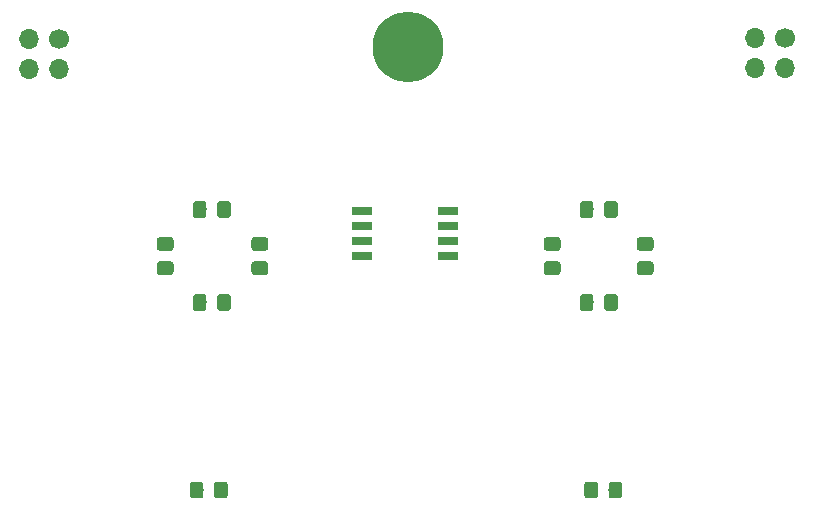
<source format=gbr>
G04 #@! TF.GenerationSoftware,KiCad,Pcbnew,(5.0.0)*
G04 #@! TF.CreationDate,2018-11-20T12:56:54-05:00*
G04 #@! TF.ProjectId,BsidesRock2019,427369646573526F636B323031392E6B,rev?*
G04 #@! TF.SameCoordinates,Original*
G04 #@! TF.FileFunction,Soldermask,Top*
G04 #@! TF.FilePolarity,Negative*
%FSLAX46Y46*%
G04 Gerber Fmt 4.6, Leading zero omitted, Abs format (unit mm)*
G04 Created by KiCad (PCBNEW (5.0.0)) date 11/20/18 12:56:54*
%MOMM*%
%LPD*%
G01*
G04 APERTURE LIST*
%ADD10R,1.700000X0.650000*%
%ADD11C,0.100000*%
%ADD12C,1.150000*%
%ADD13O,1.700000X1.700000*%
%ADD14C,1.700000*%
%ADD15C,6.000000*%
G04 APERTURE END LIST*
D10*
G04 #@! TO.C,U1*
X142400000Y-55753000D03*
X142400000Y-57023000D03*
X142400000Y-58293000D03*
X142400000Y-59563000D03*
X149700000Y-59563000D03*
X149700000Y-58293000D03*
X149700000Y-57023000D03*
X149700000Y-55753000D03*
G04 #@! TD*
D11*
G04 #@! TO.C,D8*
G36*
X163807505Y-62801204D02*
X163831773Y-62804804D01*
X163855572Y-62810765D01*
X163878671Y-62819030D01*
X163900850Y-62829520D01*
X163921893Y-62842132D01*
X163941599Y-62856747D01*
X163959777Y-62873223D01*
X163976253Y-62891401D01*
X163990868Y-62911107D01*
X164003480Y-62932150D01*
X164013970Y-62954329D01*
X164022235Y-62977428D01*
X164028196Y-63001227D01*
X164031796Y-63025495D01*
X164033000Y-63049999D01*
X164033000Y-63950001D01*
X164031796Y-63974505D01*
X164028196Y-63998773D01*
X164022235Y-64022572D01*
X164013970Y-64045671D01*
X164003480Y-64067850D01*
X163990868Y-64088893D01*
X163976253Y-64108599D01*
X163959777Y-64126777D01*
X163941599Y-64143253D01*
X163921893Y-64157868D01*
X163900850Y-64170480D01*
X163878671Y-64180970D01*
X163855572Y-64189235D01*
X163831773Y-64195196D01*
X163807505Y-64198796D01*
X163783001Y-64200000D01*
X163132999Y-64200000D01*
X163108495Y-64198796D01*
X163084227Y-64195196D01*
X163060428Y-64189235D01*
X163037329Y-64180970D01*
X163015150Y-64170480D01*
X162994107Y-64157868D01*
X162974401Y-64143253D01*
X162956223Y-64126777D01*
X162939747Y-64108599D01*
X162925132Y-64088893D01*
X162912520Y-64067850D01*
X162902030Y-64045671D01*
X162893765Y-64022572D01*
X162887804Y-63998773D01*
X162884204Y-63974505D01*
X162883000Y-63950001D01*
X162883000Y-63049999D01*
X162884204Y-63025495D01*
X162887804Y-63001227D01*
X162893765Y-62977428D01*
X162902030Y-62954329D01*
X162912520Y-62932150D01*
X162925132Y-62911107D01*
X162939747Y-62891401D01*
X162956223Y-62873223D01*
X162974401Y-62856747D01*
X162994107Y-62842132D01*
X163015150Y-62829520D01*
X163037329Y-62819030D01*
X163060428Y-62810765D01*
X163084227Y-62804804D01*
X163108495Y-62801204D01*
X163132999Y-62800000D01*
X163783001Y-62800000D01*
X163807505Y-62801204D01*
X163807505Y-62801204D01*
G37*
D12*
X163458000Y-63500000D03*
D11*
G36*
X161757505Y-62801204D02*
X161781773Y-62804804D01*
X161805572Y-62810765D01*
X161828671Y-62819030D01*
X161850850Y-62829520D01*
X161871893Y-62842132D01*
X161891599Y-62856747D01*
X161909777Y-62873223D01*
X161926253Y-62891401D01*
X161940868Y-62911107D01*
X161953480Y-62932150D01*
X161963970Y-62954329D01*
X161972235Y-62977428D01*
X161978196Y-63001227D01*
X161981796Y-63025495D01*
X161983000Y-63049999D01*
X161983000Y-63950001D01*
X161981796Y-63974505D01*
X161978196Y-63998773D01*
X161972235Y-64022572D01*
X161963970Y-64045671D01*
X161953480Y-64067850D01*
X161940868Y-64088893D01*
X161926253Y-64108599D01*
X161909777Y-64126777D01*
X161891599Y-64143253D01*
X161871893Y-64157868D01*
X161850850Y-64170480D01*
X161828671Y-64180970D01*
X161805572Y-64189235D01*
X161781773Y-64195196D01*
X161757505Y-64198796D01*
X161733001Y-64200000D01*
X161082999Y-64200000D01*
X161058495Y-64198796D01*
X161034227Y-64195196D01*
X161010428Y-64189235D01*
X160987329Y-64180970D01*
X160965150Y-64170480D01*
X160944107Y-64157868D01*
X160924401Y-64143253D01*
X160906223Y-64126777D01*
X160889747Y-64108599D01*
X160875132Y-64088893D01*
X160862520Y-64067850D01*
X160852030Y-64045671D01*
X160843765Y-64022572D01*
X160837804Y-63998773D01*
X160834204Y-63974505D01*
X160833000Y-63950001D01*
X160833000Y-63049999D01*
X160834204Y-63025495D01*
X160837804Y-63001227D01*
X160843765Y-62977428D01*
X160852030Y-62954329D01*
X160862520Y-62932150D01*
X160875132Y-62911107D01*
X160889747Y-62891401D01*
X160906223Y-62873223D01*
X160924401Y-62856747D01*
X160944107Y-62842132D01*
X160965150Y-62829520D01*
X160987329Y-62819030D01*
X161010428Y-62810765D01*
X161034227Y-62804804D01*
X161058495Y-62801204D01*
X161082999Y-62800000D01*
X161733001Y-62800000D01*
X161757505Y-62801204D01*
X161757505Y-62801204D01*
G37*
D12*
X161408000Y-63500000D03*
G04 #@! TD*
D11*
G04 #@! TO.C,D1*
G36*
X126204505Y-60014204D02*
X126228773Y-60017804D01*
X126252572Y-60023765D01*
X126275671Y-60032030D01*
X126297850Y-60042520D01*
X126318893Y-60055132D01*
X126338599Y-60069747D01*
X126356777Y-60086223D01*
X126373253Y-60104401D01*
X126387868Y-60124107D01*
X126400480Y-60145150D01*
X126410970Y-60167329D01*
X126419235Y-60190428D01*
X126425196Y-60214227D01*
X126428796Y-60238495D01*
X126430000Y-60262999D01*
X126430000Y-60913001D01*
X126428796Y-60937505D01*
X126425196Y-60961773D01*
X126419235Y-60985572D01*
X126410970Y-61008671D01*
X126400480Y-61030850D01*
X126387868Y-61051893D01*
X126373253Y-61071599D01*
X126356777Y-61089777D01*
X126338599Y-61106253D01*
X126318893Y-61120868D01*
X126297850Y-61133480D01*
X126275671Y-61143970D01*
X126252572Y-61152235D01*
X126228773Y-61158196D01*
X126204505Y-61161796D01*
X126180001Y-61163000D01*
X125279999Y-61163000D01*
X125255495Y-61161796D01*
X125231227Y-61158196D01*
X125207428Y-61152235D01*
X125184329Y-61143970D01*
X125162150Y-61133480D01*
X125141107Y-61120868D01*
X125121401Y-61106253D01*
X125103223Y-61089777D01*
X125086747Y-61071599D01*
X125072132Y-61051893D01*
X125059520Y-61030850D01*
X125049030Y-61008671D01*
X125040765Y-60985572D01*
X125034804Y-60961773D01*
X125031204Y-60937505D01*
X125030000Y-60913001D01*
X125030000Y-60262999D01*
X125031204Y-60238495D01*
X125034804Y-60214227D01*
X125040765Y-60190428D01*
X125049030Y-60167329D01*
X125059520Y-60145150D01*
X125072132Y-60124107D01*
X125086747Y-60104401D01*
X125103223Y-60086223D01*
X125121401Y-60069747D01*
X125141107Y-60055132D01*
X125162150Y-60042520D01*
X125184329Y-60032030D01*
X125207428Y-60023765D01*
X125231227Y-60017804D01*
X125255495Y-60014204D01*
X125279999Y-60013000D01*
X126180001Y-60013000D01*
X126204505Y-60014204D01*
X126204505Y-60014204D01*
G37*
D12*
X125730000Y-60588000D03*
D11*
G36*
X126204505Y-57964204D02*
X126228773Y-57967804D01*
X126252572Y-57973765D01*
X126275671Y-57982030D01*
X126297850Y-57992520D01*
X126318893Y-58005132D01*
X126338599Y-58019747D01*
X126356777Y-58036223D01*
X126373253Y-58054401D01*
X126387868Y-58074107D01*
X126400480Y-58095150D01*
X126410970Y-58117329D01*
X126419235Y-58140428D01*
X126425196Y-58164227D01*
X126428796Y-58188495D01*
X126430000Y-58212999D01*
X126430000Y-58863001D01*
X126428796Y-58887505D01*
X126425196Y-58911773D01*
X126419235Y-58935572D01*
X126410970Y-58958671D01*
X126400480Y-58980850D01*
X126387868Y-59001893D01*
X126373253Y-59021599D01*
X126356777Y-59039777D01*
X126338599Y-59056253D01*
X126318893Y-59070868D01*
X126297850Y-59083480D01*
X126275671Y-59093970D01*
X126252572Y-59102235D01*
X126228773Y-59108196D01*
X126204505Y-59111796D01*
X126180001Y-59113000D01*
X125279999Y-59113000D01*
X125255495Y-59111796D01*
X125231227Y-59108196D01*
X125207428Y-59102235D01*
X125184329Y-59093970D01*
X125162150Y-59083480D01*
X125141107Y-59070868D01*
X125121401Y-59056253D01*
X125103223Y-59039777D01*
X125086747Y-59021599D01*
X125072132Y-59001893D01*
X125059520Y-58980850D01*
X125049030Y-58958671D01*
X125040765Y-58935572D01*
X125034804Y-58911773D01*
X125031204Y-58887505D01*
X125030000Y-58863001D01*
X125030000Y-58212999D01*
X125031204Y-58188495D01*
X125034804Y-58164227D01*
X125040765Y-58140428D01*
X125049030Y-58117329D01*
X125059520Y-58095150D01*
X125072132Y-58074107D01*
X125086747Y-58054401D01*
X125103223Y-58036223D01*
X125121401Y-58019747D01*
X125141107Y-58005132D01*
X125162150Y-57992520D01*
X125184329Y-57982030D01*
X125207428Y-57973765D01*
X125231227Y-57967804D01*
X125255495Y-57964204D01*
X125279999Y-57963000D01*
X126180001Y-57963000D01*
X126204505Y-57964204D01*
X126204505Y-57964204D01*
G37*
D12*
X125730000Y-58538000D03*
G04 #@! TD*
D11*
G04 #@! TO.C,D3*
G36*
X131041505Y-54927204D02*
X131065773Y-54930804D01*
X131089572Y-54936765D01*
X131112671Y-54945030D01*
X131134850Y-54955520D01*
X131155893Y-54968132D01*
X131175599Y-54982747D01*
X131193777Y-54999223D01*
X131210253Y-55017401D01*
X131224868Y-55037107D01*
X131237480Y-55058150D01*
X131247970Y-55080329D01*
X131256235Y-55103428D01*
X131262196Y-55127227D01*
X131265796Y-55151495D01*
X131267000Y-55175999D01*
X131267000Y-56076001D01*
X131265796Y-56100505D01*
X131262196Y-56124773D01*
X131256235Y-56148572D01*
X131247970Y-56171671D01*
X131237480Y-56193850D01*
X131224868Y-56214893D01*
X131210253Y-56234599D01*
X131193777Y-56252777D01*
X131175599Y-56269253D01*
X131155893Y-56283868D01*
X131134850Y-56296480D01*
X131112671Y-56306970D01*
X131089572Y-56315235D01*
X131065773Y-56321196D01*
X131041505Y-56324796D01*
X131017001Y-56326000D01*
X130366999Y-56326000D01*
X130342495Y-56324796D01*
X130318227Y-56321196D01*
X130294428Y-56315235D01*
X130271329Y-56306970D01*
X130249150Y-56296480D01*
X130228107Y-56283868D01*
X130208401Y-56269253D01*
X130190223Y-56252777D01*
X130173747Y-56234599D01*
X130159132Y-56214893D01*
X130146520Y-56193850D01*
X130136030Y-56171671D01*
X130127765Y-56148572D01*
X130121804Y-56124773D01*
X130118204Y-56100505D01*
X130117000Y-56076001D01*
X130117000Y-55175999D01*
X130118204Y-55151495D01*
X130121804Y-55127227D01*
X130127765Y-55103428D01*
X130136030Y-55080329D01*
X130146520Y-55058150D01*
X130159132Y-55037107D01*
X130173747Y-55017401D01*
X130190223Y-54999223D01*
X130208401Y-54982747D01*
X130228107Y-54968132D01*
X130249150Y-54955520D01*
X130271329Y-54945030D01*
X130294428Y-54936765D01*
X130318227Y-54930804D01*
X130342495Y-54927204D01*
X130366999Y-54926000D01*
X131017001Y-54926000D01*
X131041505Y-54927204D01*
X131041505Y-54927204D01*
G37*
D12*
X130692000Y-55626000D03*
D11*
G36*
X128991505Y-54927204D02*
X129015773Y-54930804D01*
X129039572Y-54936765D01*
X129062671Y-54945030D01*
X129084850Y-54955520D01*
X129105893Y-54968132D01*
X129125599Y-54982747D01*
X129143777Y-54999223D01*
X129160253Y-55017401D01*
X129174868Y-55037107D01*
X129187480Y-55058150D01*
X129197970Y-55080329D01*
X129206235Y-55103428D01*
X129212196Y-55127227D01*
X129215796Y-55151495D01*
X129217000Y-55175999D01*
X129217000Y-56076001D01*
X129215796Y-56100505D01*
X129212196Y-56124773D01*
X129206235Y-56148572D01*
X129197970Y-56171671D01*
X129187480Y-56193850D01*
X129174868Y-56214893D01*
X129160253Y-56234599D01*
X129143777Y-56252777D01*
X129125599Y-56269253D01*
X129105893Y-56283868D01*
X129084850Y-56296480D01*
X129062671Y-56306970D01*
X129039572Y-56315235D01*
X129015773Y-56321196D01*
X128991505Y-56324796D01*
X128967001Y-56326000D01*
X128316999Y-56326000D01*
X128292495Y-56324796D01*
X128268227Y-56321196D01*
X128244428Y-56315235D01*
X128221329Y-56306970D01*
X128199150Y-56296480D01*
X128178107Y-56283868D01*
X128158401Y-56269253D01*
X128140223Y-56252777D01*
X128123747Y-56234599D01*
X128109132Y-56214893D01*
X128096520Y-56193850D01*
X128086030Y-56171671D01*
X128077765Y-56148572D01*
X128071804Y-56124773D01*
X128068204Y-56100505D01*
X128067000Y-56076001D01*
X128067000Y-55175999D01*
X128068204Y-55151495D01*
X128071804Y-55127227D01*
X128077765Y-55103428D01*
X128086030Y-55080329D01*
X128096520Y-55058150D01*
X128109132Y-55037107D01*
X128123747Y-55017401D01*
X128140223Y-54999223D01*
X128158401Y-54982747D01*
X128178107Y-54968132D01*
X128199150Y-54955520D01*
X128221329Y-54945030D01*
X128244428Y-54936765D01*
X128268227Y-54930804D01*
X128292495Y-54927204D01*
X128316999Y-54926000D01*
X128967001Y-54926000D01*
X128991505Y-54927204D01*
X128991505Y-54927204D01*
G37*
D12*
X128642000Y-55626000D03*
G04 #@! TD*
D11*
G04 #@! TO.C,D4*
G36*
X128991505Y-62801204D02*
X129015773Y-62804804D01*
X129039572Y-62810765D01*
X129062671Y-62819030D01*
X129084850Y-62829520D01*
X129105893Y-62842132D01*
X129125599Y-62856747D01*
X129143777Y-62873223D01*
X129160253Y-62891401D01*
X129174868Y-62911107D01*
X129187480Y-62932150D01*
X129197970Y-62954329D01*
X129206235Y-62977428D01*
X129212196Y-63001227D01*
X129215796Y-63025495D01*
X129217000Y-63049999D01*
X129217000Y-63950001D01*
X129215796Y-63974505D01*
X129212196Y-63998773D01*
X129206235Y-64022572D01*
X129197970Y-64045671D01*
X129187480Y-64067850D01*
X129174868Y-64088893D01*
X129160253Y-64108599D01*
X129143777Y-64126777D01*
X129125599Y-64143253D01*
X129105893Y-64157868D01*
X129084850Y-64170480D01*
X129062671Y-64180970D01*
X129039572Y-64189235D01*
X129015773Y-64195196D01*
X128991505Y-64198796D01*
X128967001Y-64200000D01*
X128316999Y-64200000D01*
X128292495Y-64198796D01*
X128268227Y-64195196D01*
X128244428Y-64189235D01*
X128221329Y-64180970D01*
X128199150Y-64170480D01*
X128178107Y-64157868D01*
X128158401Y-64143253D01*
X128140223Y-64126777D01*
X128123747Y-64108599D01*
X128109132Y-64088893D01*
X128096520Y-64067850D01*
X128086030Y-64045671D01*
X128077765Y-64022572D01*
X128071804Y-63998773D01*
X128068204Y-63974505D01*
X128067000Y-63950001D01*
X128067000Y-63049999D01*
X128068204Y-63025495D01*
X128071804Y-63001227D01*
X128077765Y-62977428D01*
X128086030Y-62954329D01*
X128096520Y-62932150D01*
X128109132Y-62911107D01*
X128123747Y-62891401D01*
X128140223Y-62873223D01*
X128158401Y-62856747D01*
X128178107Y-62842132D01*
X128199150Y-62829520D01*
X128221329Y-62819030D01*
X128244428Y-62810765D01*
X128268227Y-62804804D01*
X128292495Y-62801204D01*
X128316999Y-62800000D01*
X128967001Y-62800000D01*
X128991505Y-62801204D01*
X128991505Y-62801204D01*
G37*
D12*
X128642000Y-63500000D03*
D11*
G36*
X131041505Y-62801204D02*
X131065773Y-62804804D01*
X131089572Y-62810765D01*
X131112671Y-62819030D01*
X131134850Y-62829520D01*
X131155893Y-62842132D01*
X131175599Y-62856747D01*
X131193777Y-62873223D01*
X131210253Y-62891401D01*
X131224868Y-62911107D01*
X131237480Y-62932150D01*
X131247970Y-62954329D01*
X131256235Y-62977428D01*
X131262196Y-63001227D01*
X131265796Y-63025495D01*
X131267000Y-63049999D01*
X131267000Y-63950001D01*
X131265796Y-63974505D01*
X131262196Y-63998773D01*
X131256235Y-64022572D01*
X131247970Y-64045671D01*
X131237480Y-64067850D01*
X131224868Y-64088893D01*
X131210253Y-64108599D01*
X131193777Y-64126777D01*
X131175599Y-64143253D01*
X131155893Y-64157868D01*
X131134850Y-64170480D01*
X131112671Y-64180970D01*
X131089572Y-64189235D01*
X131065773Y-64195196D01*
X131041505Y-64198796D01*
X131017001Y-64200000D01*
X130366999Y-64200000D01*
X130342495Y-64198796D01*
X130318227Y-64195196D01*
X130294428Y-64189235D01*
X130271329Y-64180970D01*
X130249150Y-64170480D01*
X130228107Y-64157868D01*
X130208401Y-64143253D01*
X130190223Y-64126777D01*
X130173747Y-64108599D01*
X130159132Y-64088893D01*
X130146520Y-64067850D01*
X130136030Y-64045671D01*
X130127765Y-64022572D01*
X130121804Y-63998773D01*
X130118204Y-63974505D01*
X130117000Y-63950001D01*
X130117000Y-63049999D01*
X130118204Y-63025495D01*
X130121804Y-63001227D01*
X130127765Y-62977428D01*
X130136030Y-62954329D01*
X130146520Y-62932150D01*
X130159132Y-62911107D01*
X130173747Y-62891401D01*
X130190223Y-62873223D01*
X130208401Y-62856747D01*
X130228107Y-62842132D01*
X130249150Y-62829520D01*
X130271329Y-62819030D01*
X130294428Y-62810765D01*
X130318227Y-62804804D01*
X130342495Y-62801204D01*
X130366999Y-62800000D01*
X131017001Y-62800000D01*
X131041505Y-62801204D01*
X131041505Y-62801204D01*
G37*
D12*
X130692000Y-63500000D03*
G04 #@! TD*
D11*
G04 #@! TO.C,D5*
G36*
X134205505Y-57973204D02*
X134229773Y-57976804D01*
X134253572Y-57982765D01*
X134276671Y-57991030D01*
X134298850Y-58001520D01*
X134319893Y-58014132D01*
X134339599Y-58028747D01*
X134357777Y-58045223D01*
X134374253Y-58063401D01*
X134388868Y-58083107D01*
X134401480Y-58104150D01*
X134411970Y-58126329D01*
X134420235Y-58149428D01*
X134426196Y-58173227D01*
X134429796Y-58197495D01*
X134431000Y-58221999D01*
X134431000Y-58872001D01*
X134429796Y-58896505D01*
X134426196Y-58920773D01*
X134420235Y-58944572D01*
X134411970Y-58967671D01*
X134401480Y-58989850D01*
X134388868Y-59010893D01*
X134374253Y-59030599D01*
X134357777Y-59048777D01*
X134339599Y-59065253D01*
X134319893Y-59079868D01*
X134298850Y-59092480D01*
X134276671Y-59102970D01*
X134253572Y-59111235D01*
X134229773Y-59117196D01*
X134205505Y-59120796D01*
X134181001Y-59122000D01*
X133280999Y-59122000D01*
X133256495Y-59120796D01*
X133232227Y-59117196D01*
X133208428Y-59111235D01*
X133185329Y-59102970D01*
X133163150Y-59092480D01*
X133142107Y-59079868D01*
X133122401Y-59065253D01*
X133104223Y-59048777D01*
X133087747Y-59030599D01*
X133073132Y-59010893D01*
X133060520Y-58989850D01*
X133050030Y-58967671D01*
X133041765Y-58944572D01*
X133035804Y-58920773D01*
X133032204Y-58896505D01*
X133031000Y-58872001D01*
X133031000Y-58221999D01*
X133032204Y-58197495D01*
X133035804Y-58173227D01*
X133041765Y-58149428D01*
X133050030Y-58126329D01*
X133060520Y-58104150D01*
X133073132Y-58083107D01*
X133087747Y-58063401D01*
X133104223Y-58045223D01*
X133122401Y-58028747D01*
X133142107Y-58014132D01*
X133163150Y-58001520D01*
X133185329Y-57991030D01*
X133208428Y-57982765D01*
X133232227Y-57976804D01*
X133256495Y-57973204D01*
X133280999Y-57972000D01*
X134181001Y-57972000D01*
X134205505Y-57973204D01*
X134205505Y-57973204D01*
G37*
D12*
X133731000Y-58547000D03*
D11*
G36*
X134205505Y-60023204D02*
X134229773Y-60026804D01*
X134253572Y-60032765D01*
X134276671Y-60041030D01*
X134298850Y-60051520D01*
X134319893Y-60064132D01*
X134339599Y-60078747D01*
X134357777Y-60095223D01*
X134374253Y-60113401D01*
X134388868Y-60133107D01*
X134401480Y-60154150D01*
X134411970Y-60176329D01*
X134420235Y-60199428D01*
X134426196Y-60223227D01*
X134429796Y-60247495D01*
X134431000Y-60271999D01*
X134431000Y-60922001D01*
X134429796Y-60946505D01*
X134426196Y-60970773D01*
X134420235Y-60994572D01*
X134411970Y-61017671D01*
X134401480Y-61039850D01*
X134388868Y-61060893D01*
X134374253Y-61080599D01*
X134357777Y-61098777D01*
X134339599Y-61115253D01*
X134319893Y-61129868D01*
X134298850Y-61142480D01*
X134276671Y-61152970D01*
X134253572Y-61161235D01*
X134229773Y-61167196D01*
X134205505Y-61170796D01*
X134181001Y-61172000D01*
X133280999Y-61172000D01*
X133256495Y-61170796D01*
X133232227Y-61167196D01*
X133208428Y-61161235D01*
X133185329Y-61152970D01*
X133163150Y-61142480D01*
X133142107Y-61129868D01*
X133122401Y-61115253D01*
X133104223Y-61098777D01*
X133087747Y-61080599D01*
X133073132Y-61060893D01*
X133060520Y-61039850D01*
X133050030Y-61017671D01*
X133041765Y-60994572D01*
X133035804Y-60970773D01*
X133032204Y-60946505D01*
X133031000Y-60922001D01*
X133031000Y-60271999D01*
X133032204Y-60247495D01*
X133035804Y-60223227D01*
X133041765Y-60199428D01*
X133050030Y-60176329D01*
X133060520Y-60154150D01*
X133073132Y-60133107D01*
X133087747Y-60113401D01*
X133104223Y-60095223D01*
X133122401Y-60078747D01*
X133142107Y-60064132D01*
X133163150Y-60051520D01*
X133185329Y-60041030D01*
X133208428Y-60032765D01*
X133232227Y-60026804D01*
X133256495Y-60023204D01*
X133280999Y-60022000D01*
X134181001Y-60022000D01*
X134205505Y-60023204D01*
X134205505Y-60023204D01*
G37*
D12*
X133731000Y-60597000D03*
G04 #@! TD*
D11*
G04 #@! TO.C,D6*
G36*
X158970505Y-60014204D02*
X158994773Y-60017804D01*
X159018572Y-60023765D01*
X159041671Y-60032030D01*
X159063850Y-60042520D01*
X159084893Y-60055132D01*
X159104599Y-60069747D01*
X159122777Y-60086223D01*
X159139253Y-60104401D01*
X159153868Y-60124107D01*
X159166480Y-60145150D01*
X159176970Y-60167329D01*
X159185235Y-60190428D01*
X159191196Y-60214227D01*
X159194796Y-60238495D01*
X159196000Y-60262999D01*
X159196000Y-60913001D01*
X159194796Y-60937505D01*
X159191196Y-60961773D01*
X159185235Y-60985572D01*
X159176970Y-61008671D01*
X159166480Y-61030850D01*
X159153868Y-61051893D01*
X159139253Y-61071599D01*
X159122777Y-61089777D01*
X159104599Y-61106253D01*
X159084893Y-61120868D01*
X159063850Y-61133480D01*
X159041671Y-61143970D01*
X159018572Y-61152235D01*
X158994773Y-61158196D01*
X158970505Y-61161796D01*
X158946001Y-61163000D01*
X158045999Y-61163000D01*
X158021495Y-61161796D01*
X157997227Y-61158196D01*
X157973428Y-61152235D01*
X157950329Y-61143970D01*
X157928150Y-61133480D01*
X157907107Y-61120868D01*
X157887401Y-61106253D01*
X157869223Y-61089777D01*
X157852747Y-61071599D01*
X157838132Y-61051893D01*
X157825520Y-61030850D01*
X157815030Y-61008671D01*
X157806765Y-60985572D01*
X157800804Y-60961773D01*
X157797204Y-60937505D01*
X157796000Y-60913001D01*
X157796000Y-60262999D01*
X157797204Y-60238495D01*
X157800804Y-60214227D01*
X157806765Y-60190428D01*
X157815030Y-60167329D01*
X157825520Y-60145150D01*
X157838132Y-60124107D01*
X157852747Y-60104401D01*
X157869223Y-60086223D01*
X157887401Y-60069747D01*
X157907107Y-60055132D01*
X157928150Y-60042520D01*
X157950329Y-60032030D01*
X157973428Y-60023765D01*
X157997227Y-60017804D01*
X158021495Y-60014204D01*
X158045999Y-60013000D01*
X158946001Y-60013000D01*
X158970505Y-60014204D01*
X158970505Y-60014204D01*
G37*
D12*
X158496000Y-60588000D03*
D11*
G36*
X158970505Y-57964204D02*
X158994773Y-57967804D01*
X159018572Y-57973765D01*
X159041671Y-57982030D01*
X159063850Y-57992520D01*
X159084893Y-58005132D01*
X159104599Y-58019747D01*
X159122777Y-58036223D01*
X159139253Y-58054401D01*
X159153868Y-58074107D01*
X159166480Y-58095150D01*
X159176970Y-58117329D01*
X159185235Y-58140428D01*
X159191196Y-58164227D01*
X159194796Y-58188495D01*
X159196000Y-58212999D01*
X159196000Y-58863001D01*
X159194796Y-58887505D01*
X159191196Y-58911773D01*
X159185235Y-58935572D01*
X159176970Y-58958671D01*
X159166480Y-58980850D01*
X159153868Y-59001893D01*
X159139253Y-59021599D01*
X159122777Y-59039777D01*
X159104599Y-59056253D01*
X159084893Y-59070868D01*
X159063850Y-59083480D01*
X159041671Y-59093970D01*
X159018572Y-59102235D01*
X158994773Y-59108196D01*
X158970505Y-59111796D01*
X158946001Y-59113000D01*
X158045999Y-59113000D01*
X158021495Y-59111796D01*
X157997227Y-59108196D01*
X157973428Y-59102235D01*
X157950329Y-59093970D01*
X157928150Y-59083480D01*
X157907107Y-59070868D01*
X157887401Y-59056253D01*
X157869223Y-59039777D01*
X157852747Y-59021599D01*
X157838132Y-59001893D01*
X157825520Y-58980850D01*
X157815030Y-58958671D01*
X157806765Y-58935572D01*
X157800804Y-58911773D01*
X157797204Y-58887505D01*
X157796000Y-58863001D01*
X157796000Y-58212999D01*
X157797204Y-58188495D01*
X157800804Y-58164227D01*
X157806765Y-58140428D01*
X157815030Y-58117329D01*
X157825520Y-58095150D01*
X157838132Y-58074107D01*
X157852747Y-58054401D01*
X157869223Y-58036223D01*
X157887401Y-58019747D01*
X157907107Y-58005132D01*
X157928150Y-57992520D01*
X157950329Y-57982030D01*
X157973428Y-57973765D01*
X157997227Y-57967804D01*
X158021495Y-57964204D01*
X158045999Y-57963000D01*
X158946001Y-57963000D01*
X158970505Y-57964204D01*
X158970505Y-57964204D01*
G37*
D12*
X158496000Y-58538000D03*
G04 #@! TD*
D11*
G04 #@! TO.C,D7*
G36*
X163807505Y-54927204D02*
X163831773Y-54930804D01*
X163855572Y-54936765D01*
X163878671Y-54945030D01*
X163900850Y-54955520D01*
X163921893Y-54968132D01*
X163941599Y-54982747D01*
X163959777Y-54999223D01*
X163976253Y-55017401D01*
X163990868Y-55037107D01*
X164003480Y-55058150D01*
X164013970Y-55080329D01*
X164022235Y-55103428D01*
X164028196Y-55127227D01*
X164031796Y-55151495D01*
X164033000Y-55175999D01*
X164033000Y-56076001D01*
X164031796Y-56100505D01*
X164028196Y-56124773D01*
X164022235Y-56148572D01*
X164013970Y-56171671D01*
X164003480Y-56193850D01*
X163990868Y-56214893D01*
X163976253Y-56234599D01*
X163959777Y-56252777D01*
X163941599Y-56269253D01*
X163921893Y-56283868D01*
X163900850Y-56296480D01*
X163878671Y-56306970D01*
X163855572Y-56315235D01*
X163831773Y-56321196D01*
X163807505Y-56324796D01*
X163783001Y-56326000D01*
X163132999Y-56326000D01*
X163108495Y-56324796D01*
X163084227Y-56321196D01*
X163060428Y-56315235D01*
X163037329Y-56306970D01*
X163015150Y-56296480D01*
X162994107Y-56283868D01*
X162974401Y-56269253D01*
X162956223Y-56252777D01*
X162939747Y-56234599D01*
X162925132Y-56214893D01*
X162912520Y-56193850D01*
X162902030Y-56171671D01*
X162893765Y-56148572D01*
X162887804Y-56124773D01*
X162884204Y-56100505D01*
X162883000Y-56076001D01*
X162883000Y-55175999D01*
X162884204Y-55151495D01*
X162887804Y-55127227D01*
X162893765Y-55103428D01*
X162902030Y-55080329D01*
X162912520Y-55058150D01*
X162925132Y-55037107D01*
X162939747Y-55017401D01*
X162956223Y-54999223D01*
X162974401Y-54982747D01*
X162994107Y-54968132D01*
X163015150Y-54955520D01*
X163037329Y-54945030D01*
X163060428Y-54936765D01*
X163084227Y-54930804D01*
X163108495Y-54927204D01*
X163132999Y-54926000D01*
X163783001Y-54926000D01*
X163807505Y-54927204D01*
X163807505Y-54927204D01*
G37*
D12*
X163458000Y-55626000D03*
D11*
G36*
X161757505Y-54927204D02*
X161781773Y-54930804D01*
X161805572Y-54936765D01*
X161828671Y-54945030D01*
X161850850Y-54955520D01*
X161871893Y-54968132D01*
X161891599Y-54982747D01*
X161909777Y-54999223D01*
X161926253Y-55017401D01*
X161940868Y-55037107D01*
X161953480Y-55058150D01*
X161963970Y-55080329D01*
X161972235Y-55103428D01*
X161978196Y-55127227D01*
X161981796Y-55151495D01*
X161983000Y-55175999D01*
X161983000Y-56076001D01*
X161981796Y-56100505D01*
X161978196Y-56124773D01*
X161972235Y-56148572D01*
X161963970Y-56171671D01*
X161953480Y-56193850D01*
X161940868Y-56214893D01*
X161926253Y-56234599D01*
X161909777Y-56252777D01*
X161891599Y-56269253D01*
X161871893Y-56283868D01*
X161850850Y-56296480D01*
X161828671Y-56306970D01*
X161805572Y-56315235D01*
X161781773Y-56321196D01*
X161757505Y-56324796D01*
X161733001Y-56326000D01*
X161082999Y-56326000D01*
X161058495Y-56324796D01*
X161034227Y-56321196D01*
X161010428Y-56315235D01*
X160987329Y-56306970D01*
X160965150Y-56296480D01*
X160944107Y-56283868D01*
X160924401Y-56269253D01*
X160906223Y-56252777D01*
X160889747Y-56234599D01*
X160875132Y-56214893D01*
X160862520Y-56193850D01*
X160852030Y-56171671D01*
X160843765Y-56148572D01*
X160837804Y-56124773D01*
X160834204Y-56100505D01*
X160833000Y-56076001D01*
X160833000Y-55175999D01*
X160834204Y-55151495D01*
X160837804Y-55127227D01*
X160843765Y-55103428D01*
X160852030Y-55080329D01*
X160862520Y-55058150D01*
X160875132Y-55037107D01*
X160889747Y-55017401D01*
X160906223Y-54999223D01*
X160924401Y-54982747D01*
X160944107Y-54968132D01*
X160965150Y-54955520D01*
X160987329Y-54945030D01*
X161010428Y-54936765D01*
X161034227Y-54930804D01*
X161058495Y-54927204D01*
X161082999Y-54926000D01*
X161733001Y-54926000D01*
X161757505Y-54927204D01*
X161757505Y-54927204D01*
G37*
D12*
X161408000Y-55626000D03*
G04 #@! TD*
D11*
G04 #@! TO.C,D10*
G36*
X166844505Y-57964204D02*
X166868773Y-57967804D01*
X166892572Y-57973765D01*
X166915671Y-57982030D01*
X166937850Y-57992520D01*
X166958893Y-58005132D01*
X166978599Y-58019747D01*
X166996777Y-58036223D01*
X167013253Y-58054401D01*
X167027868Y-58074107D01*
X167040480Y-58095150D01*
X167050970Y-58117329D01*
X167059235Y-58140428D01*
X167065196Y-58164227D01*
X167068796Y-58188495D01*
X167070000Y-58212999D01*
X167070000Y-58863001D01*
X167068796Y-58887505D01*
X167065196Y-58911773D01*
X167059235Y-58935572D01*
X167050970Y-58958671D01*
X167040480Y-58980850D01*
X167027868Y-59001893D01*
X167013253Y-59021599D01*
X166996777Y-59039777D01*
X166978599Y-59056253D01*
X166958893Y-59070868D01*
X166937850Y-59083480D01*
X166915671Y-59093970D01*
X166892572Y-59102235D01*
X166868773Y-59108196D01*
X166844505Y-59111796D01*
X166820001Y-59113000D01*
X165919999Y-59113000D01*
X165895495Y-59111796D01*
X165871227Y-59108196D01*
X165847428Y-59102235D01*
X165824329Y-59093970D01*
X165802150Y-59083480D01*
X165781107Y-59070868D01*
X165761401Y-59056253D01*
X165743223Y-59039777D01*
X165726747Y-59021599D01*
X165712132Y-59001893D01*
X165699520Y-58980850D01*
X165689030Y-58958671D01*
X165680765Y-58935572D01*
X165674804Y-58911773D01*
X165671204Y-58887505D01*
X165670000Y-58863001D01*
X165670000Y-58212999D01*
X165671204Y-58188495D01*
X165674804Y-58164227D01*
X165680765Y-58140428D01*
X165689030Y-58117329D01*
X165699520Y-58095150D01*
X165712132Y-58074107D01*
X165726747Y-58054401D01*
X165743223Y-58036223D01*
X165761401Y-58019747D01*
X165781107Y-58005132D01*
X165802150Y-57992520D01*
X165824329Y-57982030D01*
X165847428Y-57973765D01*
X165871227Y-57967804D01*
X165895495Y-57964204D01*
X165919999Y-57963000D01*
X166820001Y-57963000D01*
X166844505Y-57964204D01*
X166844505Y-57964204D01*
G37*
D12*
X166370000Y-58538000D03*
D11*
G36*
X166844910Y-60014202D02*
X166869135Y-60017795D01*
X166892891Y-60023746D01*
X166915949Y-60031996D01*
X166938087Y-60042467D01*
X166959093Y-60055057D01*
X166978763Y-60069645D01*
X166996908Y-60086092D01*
X167013355Y-60104237D01*
X167027943Y-60123907D01*
X167040533Y-60144913D01*
X167051004Y-60167051D01*
X167059254Y-60190109D01*
X167065205Y-60213865D01*
X167068798Y-60238090D01*
X167070000Y-60262550D01*
X167070000Y-60913450D01*
X167068798Y-60937910D01*
X167065205Y-60962135D01*
X167059254Y-60985891D01*
X167051004Y-61008949D01*
X167040533Y-61031087D01*
X167027943Y-61052093D01*
X167013355Y-61071763D01*
X166996908Y-61089908D01*
X166978763Y-61106355D01*
X166959093Y-61120943D01*
X166938087Y-61133533D01*
X166915949Y-61144004D01*
X166892891Y-61152254D01*
X166869135Y-61158205D01*
X166844910Y-61161798D01*
X166820450Y-61163000D01*
X165919550Y-61163000D01*
X165895090Y-61161798D01*
X165870865Y-61158205D01*
X165847109Y-61152254D01*
X165824051Y-61144004D01*
X165801913Y-61133533D01*
X165780907Y-61120943D01*
X165761237Y-61106355D01*
X165743092Y-61089908D01*
X165726645Y-61071763D01*
X165712057Y-61052093D01*
X165699467Y-61031087D01*
X165688996Y-61008949D01*
X165680746Y-60985891D01*
X165674795Y-60962135D01*
X165671202Y-60937910D01*
X165670000Y-60913450D01*
X165670000Y-60262550D01*
X165671202Y-60238090D01*
X165674795Y-60213865D01*
X165680746Y-60190109D01*
X165688996Y-60167051D01*
X165699467Y-60144913D01*
X165712057Y-60123907D01*
X165726645Y-60104237D01*
X165743092Y-60086092D01*
X165761237Y-60069645D01*
X165780907Y-60055057D01*
X165801913Y-60042467D01*
X165824051Y-60031996D01*
X165847109Y-60023746D01*
X165870865Y-60017795D01*
X165895090Y-60014202D01*
X165919550Y-60013000D01*
X166820450Y-60013000D01*
X166844910Y-60014202D01*
X166844910Y-60014202D01*
G37*
D12*
X166370000Y-60588000D03*
G04 #@! TD*
D11*
G04 #@! TO.C,D9*
G36*
X164188505Y-78676204D02*
X164212773Y-78679804D01*
X164236572Y-78685765D01*
X164259671Y-78694030D01*
X164281850Y-78704520D01*
X164302893Y-78717132D01*
X164322599Y-78731747D01*
X164340777Y-78748223D01*
X164357253Y-78766401D01*
X164371868Y-78786107D01*
X164384480Y-78807150D01*
X164394970Y-78829329D01*
X164403235Y-78852428D01*
X164409196Y-78876227D01*
X164412796Y-78900495D01*
X164414000Y-78924999D01*
X164414000Y-79825001D01*
X164412796Y-79849505D01*
X164409196Y-79873773D01*
X164403235Y-79897572D01*
X164394970Y-79920671D01*
X164384480Y-79942850D01*
X164371868Y-79963893D01*
X164357253Y-79983599D01*
X164340777Y-80001777D01*
X164322599Y-80018253D01*
X164302893Y-80032868D01*
X164281850Y-80045480D01*
X164259671Y-80055970D01*
X164236572Y-80064235D01*
X164212773Y-80070196D01*
X164188505Y-80073796D01*
X164164001Y-80075000D01*
X163513999Y-80075000D01*
X163489495Y-80073796D01*
X163465227Y-80070196D01*
X163441428Y-80064235D01*
X163418329Y-80055970D01*
X163396150Y-80045480D01*
X163375107Y-80032868D01*
X163355401Y-80018253D01*
X163337223Y-80001777D01*
X163320747Y-79983599D01*
X163306132Y-79963893D01*
X163293520Y-79942850D01*
X163283030Y-79920671D01*
X163274765Y-79897572D01*
X163268804Y-79873773D01*
X163265204Y-79849505D01*
X163264000Y-79825001D01*
X163264000Y-78924999D01*
X163265204Y-78900495D01*
X163268804Y-78876227D01*
X163274765Y-78852428D01*
X163283030Y-78829329D01*
X163293520Y-78807150D01*
X163306132Y-78786107D01*
X163320747Y-78766401D01*
X163337223Y-78748223D01*
X163355401Y-78731747D01*
X163375107Y-78717132D01*
X163396150Y-78704520D01*
X163418329Y-78694030D01*
X163441428Y-78685765D01*
X163465227Y-78679804D01*
X163489495Y-78676204D01*
X163513999Y-78675000D01*
X164164001Y-78675000D01*
X164188505Y-78676204D01*
X164188505Y-78676204D01*
G37*
D12*
X163839000Y-79375000D03*
D11*
G36*
X162138505Y-78676204D02*
X162162773Y-78679804D01*
X162186572Y-78685765D01*
X162209671Y-78694030D01*
X162231850Y-78704520D01*
X162252893Y-78717132D01*
X162272599Y-78731747D01*
X162290777Y-78748223D01*
X162307253Y-78766401D01*
X162321868Y-78786107D01*
X162334480Y-78807150D01*
X162344970Y-78829329D01*
X162353235Y-78852428D01*
X162359196Y-78876227D01*
X162362796Y-78900495D01*
X162364000Y-78924999D01*
X162364000Y-79825001D01*
X162362796Y-79849505D01*
X162359196Y-79873773D01*
X162353235Y-79897572D01*
X162344970Y-79920671D01*
X162334480Y-79942850D01*
X162321868Y-79963893D01*
X162307253Y-79983599D01*
X162290777Y-80001777D01*
X162272599Y-80018253D01*
X162252893Y-80032868D01*
X162231850Y-80045480D01*
X162209671Y-80055970D01*
X162186572Y-80064235D01*
X162162773Y-80070196D01*
X162138505Y-80073796D01*
X162114001Y-80075000D01*
X161463999Y-80075000D01*
X161439495Y-80073796D01*
X161415227Y-80070196D01*
X161391428Y-80064235D01*
X161368329Y-80055970D01*
X161346150Y-80045480D01*
X161325107Y-80032868D01*
X161305401Y-80018253D01*
X161287223Y-80001777D01*
X161270747Y-79983599D01*
X161256132Y-79963893D01*
X161243520Y-79942850D01*
X161233030Y-79920671D01*
X161224765Y-79897572D01*
X161218804Y-79873773D01*
X161215204Y-79849505D01*
X161214000Y-79825001D01*
X161214000Y-78924999D01*
X161215204Y-78900495D01*
X161218804Y-78876227D01*
X161224765Y-78852428D01*
X161233030Y-78829329D01*
X161243520Y-78807150D01*
X161256132Y-78786107D01*
X161270747Y-78766401D01*
X161287223Y-78748223D01*
X161305401Y-78731747D01*
X161325107Y-78717132D01*
X161346150Y-78704520D01*
X161368329Y-78694030D01*
X161391428Y-78685765D01*
X161415227Y-78679804D01*
X161439495Y-78676204D01*
X161463999Y-78675000D01*
X162114001Y-78675000D01*
X162138505Y-78676204D01*
X162138505Y-78676204D01*
G37*
D12*
X161789000Y-79375000D03*
G04 #@! TD*
D11*
G04 #@! TO.C,D2*
G36*
X128737505Y-78676204D02*
X128761773Y-78679804D01*
X128785572Y-78685765D01*
X128808671Y-78694030D01*
X128830850Y-78704520D01*
X128851893Y-78717132D01*
X128871599Y-78731747D01*
X128889777Y-78748223D01*
X128906253Y-78766401D01*
X128920868Y-78786107D01*
X128933480Y-78807150D01*
X128943970Y-78829329D01*
X128952235Y-78852428D01*
X128958196Y-78876227D01*
X128961796Y-78900495D01*
X128963000Y-78924999D01*
X128963000Y-79825001D01*
X128961796Y-79849505D01*
X128958196Y-79873773D01*
X128952235Y-79897572D01*
X128943970Y-79920671D01*
X128933480Y-79942850D01*
X128920868Y-79963893D01*
X128906253Y-79983599D01*
X128889777Y-80001777D01*
X128871599Y-80018253D01*
X128851893Y-80032868D01*
X128830850Y-80045480D01*
X128808671Y-80055970D01*
X128785572Y-80064235D01*
X128761773Y-80070196D01*
X128737505Y-80073796D01*
X128713001Y-80075000D01*
X128062999Y-80075000D01*
X128038495Y-80073796D01*
X128014227Y-80070196D01*
X127990428Y-80064235D01*
X127967329Y-80055970D01*
X127945150Y-80045480D01*
X127924107Y-80032868D01*
X127904401Y-80018253D01*
X127886223Y-80001777D01*
X127869747Y-79983599D01*
X127855132Y-79963893D01*
X127842520Y-79942850D01*
X127832030Y-79920671D01*
X127823765Y-79897572D01*
X127817804Y-79873773D01*
X127814204Y-79849505D01*
X127813000Y-79825001D01*
X127813000Y-78924999D01*
X127814204Y-78900495D01*
X127817804Y-78876227D01*
X127823765Y-78852428D01*
X127832030Y-78829329D01*
X127842520Y-78807150D01*
X127855132Y-78786107D01*
X127869747Y-78766401D01*
X127886223Y-78748223D01*
X127904401Y-78731747D01*
X127924107Y-78717132D01*
X127945150Y-78704520D01*
X127967329Y-78694030D01*
X127990428Y-78685765D01*
X128014227Y-78679804D01*
X128038495Y-78676204D01*
X128062999Y-78675000D01*
X128713001Y-78675000D01*
X128737505Y-78676204D01*
X128737505Y-78676204D01*
G37*
D12*
X128388000Y-79375000D03*
D11*
G36*
X130787505Y-78676204D02*
X130811773Y-78679804D01*
X130835572Y-78685765D01*
X130858671Y-78694030D01*
X130880850Y-78704520D01*
X130901893Y-78717132D01*
X130921599Y-78731747D01*
X130939777Y-78748223D01*
X130956253Y-78766401D01*
X130970868Y-78786107D01*
X130983480Y-78807150D01*
X130993970Y-78829329D01*
X131002235Y-78852428D01*
X131008196Y-78876227D01*
X131011796Y-78900495D01*
X131013000Y-78924999D01*
X131013000Y-79825001D01*
X131011796Y-79849505D01*
X131008196Y-79873773D01*
X131002235Y-79897572D01*
X130993970Y-79920671D01*
X130983480Y-79942850D01*
X130970868Y-79963893D01*
X130956253Y-79983599D01*
X130939777Y-80001777D01*
X130921599Y-80018253D01*
X130901893Y-80032868D01*
X130880850Y-80045480D01*
X130858671Y-80055970D01*
X130835572Y-80064235D01*
X130811773Y-80070196D01*
X130787505Y-80073796D01*
X130763001Y-80075000D01*
X130112999Y-80075000D01*
X130088495Y-80073796D01*
X130064227Y-80070196D01*
X130040428Y-80064235D01*
X130017329Y-80055970D01*
X129995150Y-80045480D01*
X129974107Y-80032868D01*
X129954401Y-80018253D01*
X129936223Y-80001777D01*
X129919747Y-79983599D01*
X129905132Y-79963893D01*
X129892520Y-79942850D01*
X129882030Y-79920671D01*
X129873765Y-79897572D01*
X129867804Y-79873773D01*
X129864204Y-79849505D01*
X129863000Y-79825001D01*
X129863000Y-78924999D01*
X129864204Y-78900495D01*
X129867804Y-78876227D01*
X129873765Y-78852428D01*
X129882030Y-78829329D01*
X129892520Y-78807150D01*
X129905132Y-78786107D01*
X129919747Y-78766401D01*
X129936223Y-78748223D01*
X129954401Y-78731747D01*
X129974107Y-78717132D01*
X129995150Y-78704520D01*
X130017329Y-78694030D01*
X130040428Y-78685765D01*
X130064227Y-78679804D01*
X130088495Y-78676204D01*
X130112999Y-78675000D01*
X130763001Y-78675000D01*
X130787505Y-78676204D01*
X130787505Y-78676204D01*
G37*
D12*
X130438000Y-79375000D03*
G04 #@! TD*
D13*
G04 #@! TO.C,J2*
X114230000Y-43770000D03*
X114230000Y-41230000D03*
X116770000Y-43770000D03*
D14*
X116770000Y-41230000D03*
G04 #@! TD*
D13*
G04 #@! TO.C,J2*
X175630000Y-43670000D03*
X175630000Y-41130000D03*
X178170000Y-43670000D03*
D14*
X178170000Y-41130000D03*
G04 #@! TD*
D15*
G04 #@! TO.C,BLANKHOLE*
X146304000Y-41910000D03*
G04 #@! TD*
M02*

</source>
